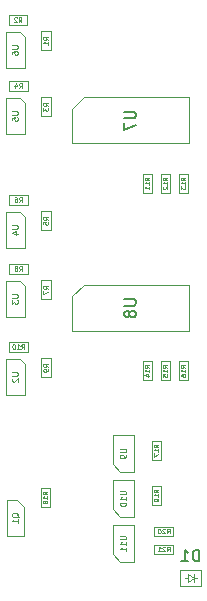
<source format=gbr>
%TF.GenerationSoftware,KiCad,Pcbnew,7.0.6*%
%TF.CreationDate,2024-02-23T14:21:37+01:00*%
%TF.ProjectId,blue_64,626c7565-5f36-4342-9e6b-696361645f70,rev?*%
%TF.SameCoordinates,Original*%
%TF.FileFunction,AssemblyDrawing,Bot*%
%FSLAX46Y46*%
G04 Gerber Fmt 4.6, Leading zero omitted, Abs format (unit mm)*
G04 Created by KiCad (PCBNEW 7.0.6) date 2024-02-23 14:21:37*
%MOMM*%
%LPD*%
G01*
G04 APERTURE LIST*
%ADD10C,0.060000*%
%ADD11C,0.075000*%
%ADD12C,0.150000*%
%ADD13C,0.100000*%
G04 APERTURE END LIST*
D10*
X90605927Y-81276857D02*
X90415451Y-81143524D01*
X90605927Y-81048286D02*
X90205927Y-81048286D01*
X90205927Y-81048286D02*
X90205927Y-81200667D01*
X90205927Y-81200667D02*
X90224975Y-81238762D01*
X90224975Y-81238762D02*
X90244022Y-81257809D01*
X90244022Y-81257809D02*
X90282118Y-81276857D01*
X90282118Y-81276857D02*
X90339260Y-81276857D01*
X90339260Y-81276857D02*
X90377356Y-81257809D01*
X90377356Y-81257809D02*
X90396403Y-81238762D01*
X90396403Y-81238762D02*
X90415451Y-81200667D01*
X90415451Y-81200667D02*
X90415451Y-81048286D01*
X90605927Y-81657809D02*
X90605927Y-81429238D01*
X90605927Y-81543524D02*
X90205927Y-81543524D01*
X90205927Y-81543524D02*
X90263070Y-81505428D01*
X90263070Y-81505428D02*
X90301165Y-81467333D01*
X90301165Y-81467333D02*
X90320213Y-81429238D01*
X90205927Y-82019714D02*
X90205927Y-81829238D01*
X90205927Y-81829238D02*
X90396403Y-81810190D01*
X90396403Y-81810190D02*
X90377356Y-81829238D01*
X90377356Y-81829238D02*
X90358308Y-81867333D01*
X90358308Y-81867333D02*
X90358308Y-81962571D01*
X90358308Y-81962571D02*
X90377356Y-82000666D01*
X90377356Y-82000666D02*
X90396403Y-82019714D01*
X90396403Y-82019714D02*
X90434499Y-82038761D01*
X90434499Y-82038761D02*
X90529737Y-82038761D01*
X90529737Y-82038761D02*
X90567832Y-82019714D01*
X90567832Y-82019714D02*
X90586880Y-82000666D01*
X90586880Y-82000666D02*
X90605927Y-81962571D01*
X90605927Y-81962571D02*
X90605927Y-81867333D01*
X90605927Y-81867333D02*
X90586880Y-81829238D01*
X90586880Y-81829238D02*
X90567832Y-81810190D01*
X78044666Y-57585927D02*
X78177999Y-57395451D01*
X78273237Y-57585927D02*
X78273237Y-57185927D01*
X78273237Y-57185927D02*
X78120856Y-57185927D01*
X78120856Y-57185927D02*
X78082761Y-57204975D01*
X78082761Y-57204975D02*
X78063714Y-57224022D01*
X78063714Y-57224022D02*
X78044666Y-57262118D01*
X78044666Y-57262118D02*
X78044666Y-57319260D01*
X78044666Y-57319260D02*
X78063714Y-57357356D01*
X78063714Y-57357356D02*
X78082761Y-57376403D01*
X78082761Y-57376403D02*
X78120856Y-57395451D01*
X78120856Y-57395451D02*
X78273237Y-57395451D01*
X77701809Y-57319260D02*
X77701809Y-57585927D01*
X77797047Y-57166880D02*
X77892285Y-57452594D01*
X77892285Y-57452594D02*
X77644666Y-57452594D01*
X92129927Y-65401857D02*
X91939451Y-65268524D01*
X92129927Y-65173286D02*
X91729927Y-65173286D01*
X91729927Y-65173286D02*
X91729927Y-65325667D01*
X91729927Y-65325667D02*
X91748975Y-65363762D01*
X91748975Y-65363762D02*
X91768022Y-65382809D01*
X91768022Y-65382809D02*
X91806118Y-65401857D01*
X91806118Y-65401857D02*
X91863260Y-65401857D01*
X91863260Y-65401857D02*
X91901356Y-65382809D01*
X91901356Y-65382809D02*
X91920403Y-65363762D01*
X91920403Y-65363762D02*
X91939451Y-65325667D01*
X91939451Y-65325667D02*
X91939451Y-65173286D01*
X92129927Y-65782809D02*
X92129927Y-65554238D01*
X92129927Y-65668524D02*
X91729927Y-65668524D01*
X91729927Y-65668524D02*
X91787070Y-65630428D01*
X91787070Y-65630428D02*
X91825165Y-65592333D01*
X91825165Y-65592333D02*
X91844213Y-65554238D01*
X91729927Y-65916142D02*
X91729927Y-66163761D01*
X91729927Y-66163761D02*
X91882308Y-66030428D01*
X91882308Y-66030428D02*
X91882308Y-66087571D01*
X91882308Y-66087571D02*
X91901356Y-66125666D01*
X91901356Y-66125666D02*
X91920403Y-66144714D01*
X91920403Y-66144714D02*
X91958499Y-66163761D01*
X91958499Y-66163761D02*
X92053737Y-66163761D01*
X92053737Y-66163761D02*
X92091832Y-66144714D01*
X92091832Y-66144714D02*
X92110880Y-66125666D01*
X92110880Y-66125666D02*
X92129927Y-66087571D01*
X92129927Y-66087571D02*
X92129927Y-65973285D01*
X92129927Y-65973285D02*
X92110880Y-65935190D01*
X92110880Y-65935190D02*
X92091832Y-65916142D01*
D11*
X77451409Y-69215047D02*
X77856171Y-69215047D01*
X77856171Y-69215047D02*
X77903790Y-69238857D01*
X77903790Y-69238857D02*
X77927600Y-69262666D01*
X77927600Y-69262666D02*
X77951409Y-69310285D01*
X77951409Y-69310285D02*
X77951409Y-69405523D01*
X77951409Y-69405523D02*
X77927600Y-69453142D01*
X77927600Y-69453142D02*
X77903790Y-69476952D01*
X77903790Y-69476952D02*
X77856171Y-69500761D01*
X77856171Y-69500761D02*
X77451409Y-69500761D01*
X77618076Y-69953143D02*
X77951409Y-69953143D01*
X77427600Y-69834095D02*
X77784742Y-69715048D01*
X77784742Y-69715048D02*
X77784742Y-70024571D01*
D10*
X89081927Y-81276857D02*
X88891451Y-81143524D01*
X89081927Y-81048286D02*
X88681927Y-81048286D01*
X88681927Y-81048286D02*
X88681927Y-81200667D01*
X88681927Y-81200667D02*
X88700975Y-81238762D01*
X88700975Y-81238762D02*
X88720022Y-81257809D01*
X88720022Y-81257809D02*
X88758118Y-81276857D01*
X88758118Y-81276857D02*
X88815260Y-81276857D01*
X88815260Y-81276857D02*
X88853356Y-81257809D01*
X88853356Y-81257809D02*
X88872403Y-81238762D01*
X88872403Y-81238762D02*
X88891451Y-81200667D01*
X88891451Y-81200667D02*
X88891451Y-81048286D01*
X89081927Y-81657809D02*
X89081927Y-81429238D01*
X89081927Y-81543524D02*
X88681927Y-81543524D01*
X88681927Y-81543524D02*
X88739070Y-81505428D01*
X88739070Y-81505428D02*
X88777165Y-81467333D01*
X88777165Y-81467333D02*
X88796213Y-81429238D01*
X88815260Y-82000666D02*
X89081927Y-82000666D01*
X88662880Y-81905428D02*
X88948594Y-81810190D01*
X88948594Y-81810190D02*
X88948594Y-82057809D01*
X90605927Y-65401857D02*
X90415451Y-65268524D01*
X90605927Y-65173286D02*
X90205927Y-65173286D01*
X90205927Y-65173286D02*
X90205927Y-65325667D01*
X90205927Y-65325667D02*
X90224975Y-65363762D01*
X90224975Y-65363762D02*
X90244022Y-65382809D01*
X90244022Y-65382809D02*
X90282118Y-65401857D01*
X90282118Y-65401857D02*
X90339260Y-65401857D01*
X90339260Y-65401857D02*
X90377356Y-65382809D01*
X90377356Y-65382809D02*
X90396403Y-65363762D01*
X90396403Y-65363762D02*
X90415451Y-65325667D01*
X90415451Y-65325667D02*
X90415451Y-65173286D01*
X90605927Y-65782809D02*
X90605927Y-65554238D01*
X90605927Y-65668524D02*
X90205927Y-65668524D01*
X90205927Y-65668524D02*
X90263070Y-65630428D01*
X90263070Y-65630428D02*
X90301165Y-65592333D01*
X90301165Y-65592333D02*
X90320213Y-65554238D01*
X90244022Y-65935190D02*
X90224975Y-65954238D01*
X90224975Y-65954238D02*
X90205927Y-65992333D01*
X90205927Y-65992333D02*
X90205927Y-66087571D01*
X90205927Y-66087571D02*
X90224975Y-66125666D01*
X90224975Y-66125666D02*
X90244022Y-66144714D01*
X90244022Y-66144714D02*
X90282118Y-66163761D01*
X90282118Y-66163761D02*
X90320213Y-66163761D01*
X90320213Y-66163761D02*
X90377356Y-66144714D01*
X90377356Y-66144714D02*
X90605927Y-65916142D01*
X90605927Y-65916142D02*
X90605927Y-66163761D01*
X80496727Y-81213333D02*
X80306251Y-81080000D01*
X80496727Y-80984762D02*
X80096727Y-80984762D01*
X80096727Y-80984762D02*
X80096727Y-81137143D01*
X80096727Y-81137143D02*
X80115775Y-81175238D01*
X80115775Y-81175238D02*
X80134822Y-81194285D01*
X80134822Y-81194285D02*
X80172918Y-81213333D01*
X80172918Y-81213333D02*
X80230060Y-81213333D01*
X80230060Y-81213333D02*
X80268156Y-81194285D01*
X80268156Y-81194285D02*
X80287203Y-81175238D01*
X80287203Y-81175238D02*
X80306251Y-81137143D01*
X80306251Y-81137143D02*
X80306251Y-80984762D01*
X80496727Y-81403809D02*
X80496727Y-81480000D01*
X80496727Y-81480000D02*
X80477680Y-81518095D01*
X80477680Y-81518095D02*
X80458632Y-81537143D01*
X80458632Y-81537143D02*
X80401489Y-81575238D01*
X80401489Y-81575238D02*
X80325299Y-81594285D01*
X80325299Y-81594285D02*
X80172918Y-81594285D01*
X80172918Y-81594285D02*
X80134822Y-81575238D01*
X80134822Y-81575238D02*
X80115775Y-81556190D01*
X80115775Y-81556190D02*
X80096727Y-81518095D01*
X80096727Y-81518095D02*
X80096727Y-81441904D01*
X80096727Y-81441904D02*
X80115775Y-81403809D01*
X80115775Y-81403809D02*
X80134822Y-81384762D01*
X80134822Y-81384762D02*
X80172918Y-81365714D01*
X80172918Y-81365714D02*
X80268156Y-81365714D01*
X80268156Y-81365714D02*
X80306251Y-81384762D01*
X80306251Y-81384762D02*
X80325299Y-81403809D01*
X80325299Y-81403809D02*
X80344346Y-81441904D01*
X80344346Y-81441904D02*
X80344346Y-81518095D01*
X80344346Y-81518095D02*
X80325299Y-81556190D01*
X80325299Y-81556190D02*
X80306251Y-81575238D01*
X80306251Y-81575238D02*
X80268156Y-81594285D01*
D11*
X77451409Y-75057047D02*
X77856171Y-75057047D01*
X77856171Y-75057047D02*
X77903790Y-75080857D01*
X77903790Y-75080857D02*
X77927600Y-75104666D01*
X77927600Y-75104666D02*
X77951409Y-75152285D01*
X77951409Y-75152285D02*
X77951409Y-75247523D01*
X77951409Y-75247523D02*
X77927600Y-75295142D01*
X77927600Y-75295142D02*
X77903790Y-75318952D01*
X77903790Y-75318952D02*
X77856171Y-75342761D01*
X77856171Y-75342761D02*
X77451409Y-75342761D01*
X77451409Y-75533238D02*
X77451409Y-75842762D01*
X77451409Y-75842762D02*
X77641885Y-75676095D01*
X77641885Y-75676095D02*
X77641885Y-75747524D01*
X77641885Y-75747524D02*
X77665695Y-75795143D01*
X77665695Y-75795143D02*
X77689504Y-75818952D01*
X77689504Y-75818952D02*
X77737123Y-75842762D01*
X77737123Y-75842762D02*
X77856171Y-75842762D01*
X77856171Y-75842762D02*
X77903790Y-75818952D01*
X77903790Y-75818952D02*
X77927600Y-75795143D01*
X77927600Y-75795143D02*
X77951409Y-75747524D01*
X77951409Y-75747524D02*
X77951409Y-75604667D01*
X77951409Y-75604667D02*
X77927600Y-75557048D01*
X77927600Y-75557048D02*
X77903790Y-75533238D01*
D12*
X93321094Y-97664819D02*
X93321094Y-96664819D01*
X93321094Y-96664819D02*
X93082999Y-96664819D01*
X93082999Y-96664819D02*
X92940142Y-96712438D01*
X92940142Y-96712438D02*
X92844904Y-96807676D01*
X92844904Y-96807676D02*
X92797285Y-96902914D01*
X92797285Y-96902914D02*
X92749666Y-97093390D01*
X92749666Y-97093390D02*
X92749666Y-97236247D01*
X92749666Y-97236247D02*
X92797285Y-97426723D01*
X92797285Y-97426723D02*
X92844904Y-97521961D01*
X92844904Y-97521961D02*
X92940142Y-97617200D01*
X92940142Y-97617200D02*
X93082999Y-97664819D01*
X93082999Y-97664819D02*
X93321094Y-97664819D01*
X91797285Y-97664819D02*
X92368713Y-97664819D01*
X92082999Y-97664819D02*
X92082999Y-96664819D01*
X92082999Y-96664819D02*
X92178237Y-96807676D01*
X92178237Y-96807676D02*
X92273475Y-96902914D01*
X92273475Y-96902914D02*
X92368713Y-96950533D01*
D10*
X80445927Y-91995657D02*
X80255451Y-91862324D01*
X80445927Y-91767086D02*
X80045927Y-91767086D01*
X80045927Y-91767086D02*
X80045927Y-91919467D01*
X80045927Y-91919467D02*
X80064975Y-91957562D01*
X80064975Y-91957562D02*
X80084022Y-91976609D01*
X80084022Y-91976609D02*
X80122118Y-91995657D01*
X80122118Y-91995657D02*
X80179260Y-91995657D01*
X80179260Y-91995657D02*
X80217356Y-91976609D01*
X80217356Y-91976609D02*
X80236403Y-91957562D01*
X80236403Y-91957562D02*
X80255451Y-91919467D01*
X80255451Y-91919467D02*
X80255451Y-91767086D01*
X80445927Y-92376609D02*
X80445927Y-92148038D01*
X80445927Y-92262324D02*
X80045927Y-92262324D01*
X80045927Y-92262324D02*
X80103070Y-92224228D01*
X80103070Y-92224228D02*
X80141165Y-92186133D01*
X80141165Y-92186133D02*
X80160213Y-92148038D01*
X80217356Y-92605180D02*
X80198308Y-92567085D01*
X80198308Y-92567085D02*
X80179260Y-92548038D01*
X80179260Y-92548038D02*
X80141165Y-92528990D01*
X80141165Y-92528990D02*
X80122118Y-92528990D01*
X80122118Y-92528990D02*
X80084022Y-92548038D01*
X80084022Y-92548038D02*
X80064975Y-92567085D01*
X80064975Y-92567085D02*
X80045927Y-92605180D01*
X80045927Y-92605180D02*
X80045927Y-92681371D01*
X80045927Y-92681371D02*
X80064975Y-92719466D01*
X80064975Y-92719466D02*
X80084022Y-92738514D01*
X80084022Y-92738514D02*
X80122118Y-92757561D01*
X80122118Y-92757561D02*
X80141165Y-92757561D01*
X80141165Y-92757561D02*
X80179260Y-92738514D01*
X80179260Y-92738514D02*
X80198308Y-92719466D01*
X80198308Y-92719466D02*
X80217356Y-92681371D01*
X80217356Y-92681371D02*
X80217356Y-92605180D01*
X80217356Y-92605180D02*
X80236403Y-92567085D01*
X80236403Y-92567085D02*
X80255451Y-92548038D01*
X80255451Y-92548038D02*
X80293546Y-92528990D01*
X80293546Y-92528990D02*
X80369737Y-92528990D01*
X80369737Y-92528990D02*
X80407832Y-92548038D01*
X80407832Y-92548038D02*
X80426880Y-92567085D01*
X80426880Y-92567085D02*
X80445927Y-92605180D01*
X80445927Y-92605180D02*
X80445927Y-92681371D01*
X80445927Y-92681371D02*
X80426880Y-92719466D01*
X80426880Y-92719466D02*
X80407832Y-92738514D01*
X80407832Y-92738514D02*
X80369737Y-92757561D01*
X80369737Y-92757561D02*
X80293546Y-92757561D01*
X80293546Y-92757561D02*
X80255451Y-92738514D01*
X80255451Y-92738514D02*
X80236403Y-92719466D01*
X80236403Y-92719466D02*
X80217356Y-92681371D01*
X80496727Y-53527333D02*
X80306251Y-53394000D01*
X80496727Y-53298762D02*
X80096727Y-53298762D01*
X80096727Y-53298762D02*
X80096727Y-53451143D01*
X80096727Y-53451143D02*
X80115775Y-53489238D01*
X80115775Y-53489238D02*
X80134822Y-53508285D01*
X80134822Y-53508285D02*
X80172918Y-53527333D01*
X80172918Y-53527333D02*
X80230060Y-53527333D01*
X80230060Y-53527333D02*
X80268156Y-53508285D01*
X80268156Y-53508285D02*
X80287203Y-53489238D01*
X80287203Y-53489238D02*
X80306251Y-53451143D01*
X80306251Y-53451143D02*
X80306251Y-53298762D01*
X80496727Y-53908285D02*
X80496727Y-53679714D01*
X80496727Y-53794000D02*
X80096727Y-53794000D01*
X80096727Y-53794000D02*
X80153870Y-53755904D01*
X80153870Y-53755904D02*
X80191965Y-53717809D01*
X80191965Y-53717809D02*
X80211013Y-53679714D01*
X78044666Y-73079927D02*
X78177999Y-72889451D01*
X78273237Y-73079927D02*
X78273237Y-72679927D01*
X78273237Y-72679927D02*
X78120856Y-72679927D01*
X78120856Y-72679927D02*
X78082761Y-72698975D01*
X78082761Y-72698975D02*
X78063714Y-72718022D01*
X78063714Y-72718022D02*
X78044666Y-72756118D01*
X78044666Y-72756118D02*
X78044666Y-72813260D01*
X78044666Y-72813260D02*
X78063714Y-72851356D01*
X78063714Y-72851356D02*
X78082761Y-72870403D01*
X78082761Y-72870403D02*
X78120856Y-72889451D01*
X78120856Y-72889451D02*
X78273237Y-72889451D01*
X77816095Y-72851356D02*
X77854190Y-72832308D01*
X77854190Y-72832308D02*
X77873237Y-72813260D01*
X77873237Y-72813260D02*
X77892285Y-72775165D01*
X77892285Y-72775165D02*
X77892285Y-72756118D01*
X77892285Y-72756118D02*
X77873237Y-72718022D01*
X77873237Y-72718022D02*
X77854190Y-72698975D01*
X77854190Y-72698975D02*
X77816095Y-72679927D01*
X77816095Y-72679927D02*
X77739904Y-72679927D01*
X77739904Y-72679927D02*
X77701809Y-72698975D01*
X77701809Y-72698975D02*
X77682761Y-72718022D01*
X77682761Y-72718022D02*
X77663714Y-72756118D01*
X77663714Y-72756118D02*
X77663714Y-72775165D01*
X77663714Y-72775165D02*
X77682761Y-72813260D01*
X77682761Y-72813260D02*
X77701809Y-72832308D01*
X77701809Y-72832308D02*
X77739904Y-72851356D01*
X77739904Y-72851356D02*
X77816095Y-72851356D01*
X77816095Y-72851356D02*
X77854190Y-72870403D01*
X77854190Y-72870403D02*
X77873237Y-72889451D01*
X77873237Y-72889451D02*
X77892285Y-72927546D01*
X77892285Y-72927546D02*
X77892285Y-73003737D01*
X77892285Y-73003737D02*
X77873237Y-73041832D01*
X77873237Y-73041832D02*
X77854190Y-73060880D01*
X77854190Y-73060880D02*
X77816095Y-73079927D01*
X77816095Y-73079927D02*
X77739904Y-73079927D01*
X77739904Y-73079927D02*
X77701809Y-73060880D01*
X77701809Y-73060880D02*
X77682761Y-73041832D01*
X77682761Y-73041832D02*
X77663714Y-73003737D01*
X77663714Y-73003737D02*
X77663714Y-72927546D01*
X77663714Y-72927546D02*
X77682761Y-72889451D01*
X77682761Y-72889451D02*
X77701809Y-72870403D01*
X77701809Y-72870403D02*
X77739904Y-72851356D01*
X92129927Y-81276857D02*
X91939451Y-81143524D01*
X92129927Y-81048286D02*
X91729927Y-81048286D01*
X91729927Y-81048286D02*
X91729927Y-81200667D01*
X91729927Y-81200667D02*
X91748975Y-81238762D01*
X91748975Y-81238762D02*
X91768022Y-81257809D01*
X91768022Y-81257809D02*
X91806118Y-81276857D01*
X91806118Y-81276857D02*
X91863260Y-81276857D01*
X91863260Y-81276857D02*
X91901356Y-81257809D01*
X91901356Y-81257809D02*
X91920403Y-81238762D01*
X91920403Y-81238762D02*
X91939451Y-81200667D01*
X91939451Y-81200667D02*
X91939451Y-81048286D01*
X92129927Y-81657809D02*
X92129927Y-81429238D01*
X92129927Y-81543524D02*
X91729927Y-81543524D01*
X91729927Y-81543524D02*
X91787070Y-81505428D01*
X91787070Y-81505428D02*
X91825165Y-81467333D01*
X91825165Y-81467333D02*
X91844213Y-81429238D01*
X91729927Y-82000666D02*
X91729927Y-81924476D01*
X91729927Y-81924476D02*
X91748975Y-81886380D01*
X91748975Y-81886380D02*
X91768022Y-81867333D01*
X91768022Y-81867333D02*
X91825165Y-81829238D01*
X91825165Y-81829238D02*
X91901356Y-81810190D01*
X91901356Y-81810190D02*
X92053737Y-81810190D01*
X92053737Y-81810190D02*
X92091832Y-81829238D01*
X92091832Y-81829238D02*
X92110880Y-81848285D01*
X92110880Y-81848285D02*
X92129927Y-81886380D01*
X92129927Y-81886380D02*
X92129927Y-81962571D01*
X92129927Y-81962571D02*
X92110880Y-82000666D01*
X92110880Y-82000666D02*
X92091832Y-82019714D01*
X92091832Y-82019714D02*
X92053737Y-82038761D01*
X92053737Y-82038761D02*
X91958499Y-82038761D01*
X91958499Y-82038761D02*
X91920403Y-82019714D01*
X91920403Y-82019714D02*
X91901356Y-82000666D01*
X91901356Y-82000666D02*
X91882308Y-81962571D01*
X91882308Y-81962571D02*
X91882308Y-81886380D01*
X91882308Y-81886380D02*
X91901356Y-81848285D01*
X91901356Y-81848285D02*
X91920403Y-81829238D01*
X91920403Y-81829238D02*
X91958499Y-81810190D01*
X89081927Y-65401857D02*
X88891451Y-65268524D01*
X89081927Y-65173286D02*
X88681927Y-65173286D01*
X88681927Y-65173286D02*
X88681927Y-65325667D01*
X88681927Y-65325667D02*
X88700975Y-65363762D01*
X88700975Y-65363762D02*
X88720022Y-65382809D01*
X88720022Y-65382809D02*
X88758118Y-65401857D01*
X88758118Y-65401857D02*
X88815260Y-65401857D01*
X88815260Y-65401857D02*
X88853356Y-65382809D01*
X88853356Y-65382809D02*
X88872403Y-65363762D01*
X88872403Y-65363762D02*
X88891451Y-65325667D01*
X88891451Y-65325667D02*
X88891451Y-65173286D01*
X89081927Y-65782809D02*
X89081927Y-65554238D01*
X89081927Y-65668524D02*
X88681927Y-65668524D01*
X88681927Y-65668524D02*
X88739070Y-65630428D01*
X88739070Y-65630428D02*
X88777165Y-65592333D01*
X88777165Y-65592333D02*
X88796213Y-65554238D01*
X89081927Y-66163761D02*
X89081927Y-65935190D01*
X89081927Y-66049476D02*
X88681927Y-66049476D01*
X88681927Y-66049476D02*
X88739070Y-66011380D01*
X88739070Y-66011380D02*
X88777165Y-65973285D01*
X88777165Y-65973285D02*
X88796213Y-65935190D01*
D11*
X86595409Y-88138047D02*
X87000171Y-88138047D01*
X87000171Y-88138047D02*
X87047790Y-88161857D01*
X87047790Y-88161857D02*
X87071600Y-88185666D01*
X87071600Y-88185666D02*
X87095409Y-88233285D01*
X87095409Y-88233285D02*
X87095409Y-88328523D01*
X87095409Y-88328523D02*
X87071600Y-88376142D01*
X87071600Y-88376142D02*
X87047790Y-88399952D01*
X87047790Y-88399952D02*
X87000171Y-88423761D01*
X87000171Y-88423761D02*
X86595409Y-88423761D01*
X87095409Y-88685667D02*
X87095409Y-88780905D01*
X87095409Y-88780905D02*
X87071600Y-88828524D01*
X87071600Y-88828524D02*
X87047790Y-88852333D01*
X87047790Y-88852333D02*
X86976361Y-88899952D01*
X86976361Y-88899952D02*
X86881123Y-88923762D01*
X86881123Y-88923762D02*
X86690647Y-88923762D01*
X86690647Y-88923762D02*
X86643028Y-88899952D01*
X86643028Y-88899952D02*
X86619219Y-88876143D01*
X86619219Y-88876143D02*
X86595409Y-88828524D01*
X86595409Y-88828524D02*
X86595409Y-88733286D01*
X86595409Y-88733286D02*
X86619219Y-88685667D01*
X86619219Y-88685667D02*
X86643028Y-88661857D01*
X86643028Y-88661857D02*
X86690647Y-88638048D01*
X86690647Y-88638048D02*
X86809695Y-88638048D01*
X86809695Y-88638048D02*
X86857314Y-88661857D01*
X86857314Y-88661857D02*
X86881123Y-88685667D01*
X86881123Y-88685667D02*
X86904933Y-88733286D01*
X86904933Y-88733286D02*
X86904933Y-88828524D01*
X86904933Y-88828524D02*
X86881123Y-88876143D01*
X86881123Y-88876143D02*
X86857314Y-88899952D01*
X86857314Y-88899952D02*
X86809695Y-88923762D01*
D12*
X86968566Y-75453333D02*
X87761900Y-75453333D01*
X87761900Y-75453333D02*
X87855233Y-75500000D01*
X87855233Y-75500000D02*
X87901900Y-75546666D01*
X87901900Y-75546666D02*
X87948566Y-75640000D01*
X87948566Y-75640000D02*
X87948566Y-75826666D01*
X87948566Y-75826666D02*
X87901900Y-75920000D01*
X87901900Y-75920000D02*
X87855233Y-75966666D01*
X87855233Y-75966666D02*
X87761900Y-76013333D01*
X87761900Y-76013333D02*
X86968566Y-76013333D01*
X87388566Y-76620000D02*
X87341900Y-76526667D01*
X87341900Y-76526667D02*
X87295233Y-76480000D01*
X87295233Y-76480000D02*
X87201900Y-76433333D01*
X87201900Y-76433333D02*
X87155233Y-76433333D01*
X87155233Y-76433333D02*
X87061900Y-76480000D01*
X87061900Y-76480000D02*
X87015233Y-76526667D01*
X87015233Y-76526667D02*
X86968566Y-76620000D01*
X86968566Y-76620000D02*
X86968566Y-76806667D01*
X86968566Y-76806667D02*
X87015233Y-76900000D01*
X87015233Y-76900000D02*
X87061900Y-76946667D01*
X87061900Y-76946667D02*
X87155233Y-76993333D01*
X87155233Y-76993333D02*
X87201900Y-76993333D01*
X87201900Y-76993333D02*
X87295233Y-76946667D01*
X87295233Y-76946667D02*
X87341900Y-76900000D01*
X87341900Y-76900000D02*
X87388566Y-76806667D01*
X87388566Y-76806667D02*
X87388566Y-76620000D01*
X87388566Y-76620000D02*
X87435233Y-76526667D01*
X87435233Y-76526667D02*
X87481900Y-76480000D01*
X87481900Y-76480000D02*
X87575233Y-76433333D01*
X87575233Y-76433333D02*
X87761900Y-76433333D01*
X87761900Y-76433333D02*
X87855233Y-76480000D01*
X87855233Y-76480000D02*
X87901900Y-76526667D01*
X87901900Y-76526667D02*
X87948566Y-76620000D01*
X87948566Y-76620000D02*
X87948566Y-76806667D01*
X87948566Y-76806667D02*
X87901900Y-76900000D01*
X87901900Y-76900000D02*
X87855233Y-76946667D01*
X87855233Y-76946667D02*
X87761900Y-76993333D01*
X87761900Y-76993333D02*
X87575233Y-76993333D01*
X87575233Y-76993333D02*
X87481900Y-76946667D01*
X87481900Y-76946667D02*
X87435233Y-76900000D01*
X87435233Y-76900000D02*
X87388566Y-76806667D01*
D10*
X80496727Y-74609333D02*
X80306251Y-74476000D01*
X80496727Y-74380762D02*
X80096727Y-74380762D01*
X80096727Y-74380762D02*
X80096727Y-74533143D01*
X80096727Y-74533143D02*
X80115775Y-74571238D01*
X80115775Y-74571238D02*
X80134822Y-74590285D01*
X80134822Y-74590285D02*
X80172918Y-74609333D01*
X80172918Y-74609333D02*
X80230060Y-74609333D01*
X80230060Y-74609333D02*
X80268156Y-74590285D01*
X80268156Y-74590285D02*
X80287203Y-74571238D01*
X80287203Y-74571238D02*
X80306251Y-74533143D01*
X80306251Y-74533143D02*
X80306251Y-74380762D01*
X80096727Y-74742666D02*
X80096727Y-75009333D01*
X80096727Y-75009333D02*
X80496727Y-74837904D01*
X80496727Y-68767333D02*
X80306251Y-68634000D01*
X80496727Y-68538762D02*
X80096727Y-68538762D01*
X80096727Y-68538762D02*
X80096727Y-68691143D01*
X80096727Y-68691143D02*
X80115775Y-68729238D01*
X80115775Y-68729238D02*
X80134822Y-68748285D01*
X80134822Y-68748285D02*
X80172918Y-68767333D01*
X80172918Y-68767333D02*
X80230060Y-68767333D01*
X80230060Y-68767333D02*
X80268156Y-68748285D01*
X80268156Y-68748285D02*
X80287203Y-68729238D01*
X80287203Y-68729238D02*
X80306251Y-68691143D01*
X80306251Y-68691143D02*
X80306251Y-68538762D01*
X80096727Y-69129238D02*
X80096727Y-68938762D01*
X80096727Y-68938762D02*
X80287203Y-68919714D01*
X80287203Y-68919714D02*
X80268156Y-68938762D01*
X80268156Y-68938762D02*
X80249108Y-68976857D01*
X80249108Y-68976857D02*
X80249108Y-69072095D01*
X80249108Y-69072095D02*
X80268156Y-69110190D01*
X80268156Y-69110190D02*
X80287203Y-69129238D01*
X80287203Y-69129238D02*
X80325299Y-69148285D01*
X80325299Y-69148285D02*
X80420537Y-69148285D01*
X80420537Y-69148285D02*
X80458632Y-69129238D01*
X80458632Y-69129238D02*
X80477680Y-69110190D01*
X80477680Y-69110190D02*
X80496727Y-69072095D01*
X80496727Y-69072095D02*
X80496727Y-68976857D01*
X80496727Y-68976857D02*
X80477680Y-68938762D01*
X80477680Y-68938762D02*
X80458632Y-68919714D01*
D12*
X86968566Y-59578333D02*
X87761900Y-59578333D01*
X87761900Y-59578333D02*
X87855233Y-59625000D01*
X87855233Y-59625000D02*
X87901900Y-59671666D01*
X87901900Y-59671666D02*
X87948566Y-59765000D01*
X87948566Y-59765000D02*
X87948566Y-59951666D01*
X87948566Y-59951666D02*
X87901900Y-60045000D01*
X87901900Y-60045000D02*
X87855233Y-60091666D01*
X87855233Y-60091666D02*
X87761900Y-60138333D01*
X87761900Y-60138333D02*
X86968566Y-60138333D01*
X86968566Y-60511667D02*
X86968566Y-61165000D01*
X86968566Y-61165000D02*
X87948566Y-60745000D01*
D10*
X80496727Y-59115333D02*
X80306251Y-58982000D01*
X80496727Y-58886762D02*
X80096727Y-58886762D01*
X80096727Y-58886762D02*
X80096727Y-59039143D01*
X80096727Y-59039143D02*
X80115775Y-59077238D01*
X80115775Y-59077238D02*
X80134822Y-59096285D01*
X80134822Y-59096285D02*
X80172918Y-59115333D01*
X80172918Y-59115333D02*
X80230060Y-59115333D01*
X80230060Y-59115333D02*
X80268156Y-59096285D01*
X80268156Y-59096285D02*
X80287203Y-59077238D01*
X80287203Y-59077238D02*
X80306251Y-59039143D01*
X80306251Y-59039143D02*
X80306251Y-58886762D01*
X80096727Y-59248666D02*
X80096727Y-59496285D01*
X80096727Y-59496285D02*
X80249108Y-59362952D01*
X80249108Y-59362952D02*
X80249108Y-59420095D01*
X80249108Y-59420095D02*
X80268156Y-59458190D01*
X80268156Y-59458190D02*
X80287203Y-59477238D01*
X80287203Y-59477238D02*
X80325299Y-59496285D01*
X80325299Y-59496285D02*
X80420537Y-59496285D01*
X80420537Y-59496285D02*
X80458632Y-59477238D01*
X80458632Y-59477238D02*
X80477680Y-59458190D01*
X80477680Y-59458190D02*
X80496727Y-59420095D01*
X80496727Y-59420095D02*
X80496727Y-59305809D01*
X80496727Y-59305809D02*
X80477680Y-59267714D01*
X80477680Y-59267714D02*
X80458632Y-59248666D01*
D11*
X77451409Y-59563047D02*
X77856171Y-59563047D01*
X77856171Y-59563047D02*
X77903790Y-59586857D01*
X77903790Y-59586857D02*
X77927600Y-59610666D01*
X77927600Y-59610666D02*
X77951409Y-59658285D01*
X77951409Y-59658285D02*
X77951409Y-59753523D01*
X77951409Y-59753523D02*
X77927600Y-59801142D01*
X77927600Y-59801142D02*
X77903790Y-59824952D01*
X77903790Y-59824952D02*
X77856171Y-59848761D01*
X77856171Y-59848761D02*
X77451409Y-59848761D01*
X77451409Y-60324952D02*
X77451409Y-60086857D01*
X77451409Y-60086857D02*
X77689504Y-60063048D01*
X77689504Y-60063048D02*
X77665695Y-60086857D01*
X77665695Y-60086857D02*
X77641885Y-60134476D01*
X77641885Y-60134476D02*
X77641885Y-60253524D01*
X77641885Y-60253524D02*
X77665695Y-60301143D01*
X77665695Y-60301143D02*
X77689504Y-60324952D01*
X77689504Y-60324952D02*
X77737123Y-60348762D01*
X77737123Y-60348762D02*
X77856171Y-60348762D01*
X77856171Y-60348762D02*
X77903790Y-60324952D01*
X77903790Y-60324952D02*
X77927600Y-60301143D01*
X77927600Y-60301143D02*
X77951409Y-60253524D01*
X77951409Y-60253524D02*
X77951409Y-60134476D01*
X77951409Y-60134476D02*
X77927600Y-60086857D01*
X77927600Y-60086857D02*
X77903790Y-60063048D01*
D10*
X78235142Y-79683927D02*
X78368475Y-79493451D01*
X78463713Y-79683927D02*
X78463713Y-79283927D01*
X78463713Y-79283927D02*
X78311332Y-79283927D01*
X78311332Y-79283927D02*
X78273237Y-79302975D01*
X78273237Y-79302975D02*
X78254190Y-79322022D01*
X78254190Y-79322022D02*
X78235142Y-79360118D01*
X78235142Y-79360118D02*
X78235142Y-79417260D01*
X78235142Y-79417260D02*
X78254190Y-79455356D01*
X78254190Y-79455356D02*
X78273237Y-79474403D01*
X78273237Y-79474403D02*
X78311332Y-79493451D01*
X78311332Y-79493451D02*
X78463713Y-79493451D01*
X77854190Y-79683927D02*
X78082761Y-79683927D01*
X77968475Y-79683927D02*
X77968475Y-79283927D01*
X77968475Y-79283927D02*
X78006571Y-79341070D01*
X78006571Y-79341070D02*
X78044666Y-79379165D01*
X78044666Y-79379165D02*
X78082761Y-79398213D01*
X77606571Y-79283927D02*
X77568476Y-79283927D01*
X77568476Y-79283927D02*
X77530380Y-79302975D01*
X77530380Y-79302975D02*
X77511333Y-79322022D01*
X77511333Y-79322022D02*
X77492285Y-79360118D01*
X77492285Y-79360118D02*
X77473238Y-79436308D01*
X77473238Y-79436308D02*
X77473238Y-79531546D01*
X77473238Y-79531546D02*
X77492285Y-79607737D01*
X77492285Y-79607737D02*
X77511333Y-79645832D01*
X77511333Y-79645832D02*
X77530380Y-79664880D01*
X77530380Y-79664880D02*
X77568476Y-79683927D01*
X77568476Y-79683927D02*
X77606571Y-79683927D01*
X77606571Y-79683927D02*
X77644666Y-79664880D01*
X77644666Y-79664880D02*
X77663714Y-79645832D01*
X77663714Y-79645832D02*
X77682761Y-79607737D01*
X77682761Y-79607737D02*
X77701809Y-79531546D01*
X77701809Y-79531546D02*
X77701809Y-79436308D01*
X77701809Y-79436308D02*
X77682761Y-79360118D01*
X77682761Y-79360118D02*
X77663714Y-79322022D01*
X77663714Y-79322022D02*
X77644666Y-79302975D01*
X77644666Y-79302975D02*
X77606571Y-79283927D01*
D11*
X86595409Y-91709952D02*
X87000171Y-91709952D01*
X87000171Y-91709952D02*
X87047790Y-91733762D01*
X87047790Y-91733762D02*
X87071600Y-91757571D01*
X87071600Y-91757571D02*
X87095409Y-91805190D01*
X87095409Y-91805190D02*
X87095409Y-91900428D01*
X87095409Y-91900428D02*
X87071600Y-91948047D01*
X87071600Y-91948047D02*
X87047790Y-91971857D01*
X87047790Y-91971857D02*
X87000171Y-91995666D01*
X87000171Y-91995666D02*
X86595409Y-91995666D01*
X87095409Y-92495667D02*
X87095409Y-92209953D01*
X87095409Y-92352810D02*
X86595409Y-92352810D01*
X86595409Y-92352810D02*
X86666838Y-92305191D01*
X86666838Y-92305191D02*
X86714457Y-92257572D01*
X86714457Y-92257572D02*
X86738266Y-92209953D01*
X86595409Y-92805190D02*
X86595409Y-92852809D01*
X86595409Y-92852809D02*
X86619219Y-92900428D01*
X86619219Y-92900428D02*
X86643028Y-92924238D01*
X86643028Y-92924238D02*
X86690647Y-92948047D01*
X86690647Y-92948047D02*
X86785885Y-92971857D01*
X86785885Y-92971857D02*
X86904933Y-92971857D01*
X86904933Y-92971857D02*
X87000171Y-92948047D01*
X87000171Y-92948047D02*
X87047790Y-92924238D01*
X87047790Y-92924238D02*
X87071600Y-92900428D01*
X87071600Y-92900428D02*
X87095409Y-92852809D01*
X87095409Y-92852809D02*
X87095409Y-92805190D01*
X87095409Y-92805190D02*
X87071600Y-92757571D01*
X87071600Y-92757571D02*
X87047790Y-92733762D01*
X87047790Y-92733762D02*
X87000171Y-92709952D01*
X87000171Y-92709952D02*
X86904933Y-92686143D01*
X86904933Y-92686143D02*
X86785885Y-92686143D01*
X86785885Y-92686143D02*
X86690647Y-92709952D01*
X86690647Y-92709952D02*
X86643028Y-92733762D01*
X86643028Y-92733762D02*
X86619219Y-92757571D01*
X86619219Y-92757571D02*
X86595409Y-92805190D01*
D10*
X90554142Y-96828927D02*
X90687475Y-96638451D01*
X90782713Y-96828927D02*
X90782713Y-96428927D01*
X90782713Y-96428927D02*
X90630332Y-96428927D01*
X90630332Y-96428927D02*
X90592237Y-96447975D01*
X90592237Y-96447975D02*
X90573190Y-96467022D01*
X90573190Y-96467022D02*
X90554142Y-96505118D01*
X90554142Y-96505118D02*
X90554142Y-96562260D01*
X90554142Y-96562260D02*
X90573190Y-96600356D01*
X90573190Y-96600356D02*
X90592237Y-96619403D01*
X90592237Y-96619403D02*
X90630332Y-96638451D01*
X90630332Y-96638451D02*
X90782713Y-96638451D01*
X90401761Y-96467022D02*
X90382713Y-96447975D01*
X90382713Y-96447975D02*
X90344618Y-96428927D01*
X90344618Y-96428927D02*
X90249380Y-96428927D01*
X90249380Y-96428927D02*
X90211285Y-96447975D01*
X90211285Y-96447975D02*
X90192237Y-96467022D01*
X90192237Y-96467022D02*
X90173190Y-96505118D01*
X90173190Y-96505118D02*
X90173190Y-96543213D01*
X90173190Y-96543213D02*
X90192237Y-96600356D01*
X90192237Y-96600356D02*
X90420809Y-96828927D01*
X90420809Y-96828927D02*
X90173190Y-96828927D01*
X89792238Y-96828927D02*
X90020809Y-96828927D01*
X89906523Y-96828927D02*
X89906523Y-96428927D01*
X89906523Y-96428927D02*
X89944619Y-96486070D01*
X89944619Y-96486070D02*
X89982714Y-96524165D01*
X89982714Y-96524165D02*
X90020809Y-96543213D01*
X78044666Y-67237927D02*
X78177999Y-67047451D01*
X78273237Y-67237927D02*
X78273237Y-66837927D01*
X78273237Y-66837927D02*
X78120856Y-66837927D01*
X78120856Y-66837927D02*
X78082761Y-66856975D01*
X78082761Y-66856975D02*
X78063714Y-66876022D01*
X78063714Y-66876022D02*
X78044666Y-66914118D01*
X78044666Y-66914118D02*
X78044666Y-66971260D01*
X78044666Y-66971260D02*
X78063714Y-67009356D01*
X78063714Y-67009356D02*
X78082761Y-67028403D01*
X78082761Y-67028403D02*
X78120856Y-67047451D01*
X78120856Y-67047451D02*
X78273237Y-67047451D01*
X77701809Y-66837927D02*
X77777999Y-66837927D01*
X77777999Y-66837927D02*
X77816095Y-66856975D01*
X77816095Y-66856975D02*
X77835142Y-66876022D01*
X77835142Y-66876022D02*
X77873237Y-66933165D01*
X77873237Y-66933165D02*
X77892285Y-67009356D01*
X77892285Y-67009356D02*
X77892285Y-67161737D01*
X77892285Y-67161737D02*
X77873237Y-67199832D01*
X77873237Y-67199832D02*
X77854190Y-67218880D01*
X77854190Y-67218880D02*
X77816095Y-67237927D01*
X77816095Y-67237927D02*
X77739904Y-67237927D01*
X77739904Y-67237927D02*
X77701809Y-67218880D01*
X77701809Y-67218880D02*
X77682761Y-67199832D01*
X77682761Y-67199832D02*
X77663714Y-67161737D01*
X77663714Y-67161737D02*
X77663714Y-67066499D01*
X77663714Y-67066499D02*
X77682761Y-67028403D01*
X77682761Y-67028403D02*
X77701809Y-67009356D01*
X77701809Y-67009356D02*
X77739904Y-66990308D01*
X77739904Y-66990308D02*
X77816095Y-66990308D01*
X77816095Y-66990308D02*
X77854190Y-67009356D01*
X77854190Y-67009356D02*
X77873237Y-67028403D01*
X77873237Y-67028403D02*
X77892285Y-67066499D01*
X90554142Y-95304927D02*
X90687475Y-95114451D01*
X90782713Y-95304927D02*
X90782713Y-94904927D01*
X90782713Y-94904927D02*
X90630332Y-94904927D01*
X90630332Y-94904927D02*
X90592237Y-94923975D01*
X90592237Y-94923975D02*
X90573190Y-94943022D01*
X90573190Y-94943022D02*
X90554142Y-94981118D01*
X90554142Y-94981118D02*
X90554142Y-95038260D01*
X90554142Y-95038260D02*
X90573190Y-95076356D01*
X90573190Y-95076356D02*
X90592237Y-95095403D01*
X90592237Y-95095403D02*
X90630332Y-95114451D01*
X90630332Y-95114451D02*
X90782713Y-95114451D01*
X90401761Y-94943022D02*
X90382713Y-94923975D01*
X90382713Y-94923975D02*
X90344618Y-94904927D01*
X90344618Y-94904927D02*
X90249380Y-94904927D01*
X90249380Y-94904927D02*
X90211285Y-94923975D01*
X90211285Y-94923975D02*
X90192237Y-94943022D01*
X90192237Y-94943022D02*
X90173190Y-94981118D01*
X90173190Y-94981118D02*
X90173190Y-95019213D01*
X90173190Y-95019213D02*
X90192237Y-95076356D01*
X90192237Y-95076356D02*
X90420809Y-95304927D01*
X90420809Y-95304927D02*
X90173190Y-95304927D01*
X89925571Y-94904927D02*
X89887476Y-94904927D01*
X89887476Y-94904927D02*
X89849380Y-94923975D01*
X89849380Y-94923975D02*
X89830333Y-94943022D01*
X89830333Y-94943022D02*
X89811285Y-94981118D01*
X89811285Y-94981118D02*
X89792238Y-95057308D01*
X89792238Y-95057308D02*
X89792238Y-95152546D01*
X89792238Y-95152546D02*
X89811285Y-95228737D01*
X89811285Y-95228737D02*
X89830333Y-95266832D01*
X89830333Y-95266832D02*
X89849380Y-95285880D01*
X89849380Y-95285880D02*
X89887476Y-95304927D01*
X89887476Y-95304927D02*
X89925571Y-95304927D01*
X89925571Y-95304927D02*
X89963666Y-95285880D01*
X89963666Y-95285880D02*
X89982714Y-95266832D01*
X89982714Y-95266832D02*
X90001761Y-95228737D01*
X90001761Y-95228737D02*
X90020809Y-95152546D01*
X90020809Y-95152546D02*
X90020809Y-95057308D01*
X90020809Y-95057308D02*
X90001761Y-94981118D01*
X90001761Y-94981118D02*
X89982714Y-94943022D01*
X89982714Y-94943022D02*
X89963666Y-94923975D01*
X89963666Y-94923975D02*
X89925571Y-94904927D01*
X78019166Y-51997927D02*
X78152499Y-51807451D01*
X78247737Y-51997927D02*
X78247737Y-51597927D01*
X78247737Y-51597927D02*
X78095356Y-51597927D01*
X78095356Y-51597927D02*
X78057261Y-51616975D01*
X78057261Y-51616975D02*
X78038214Y-51636022D01*
X78038214Y-51636022D02*
X78019166Y-51674118D01*
X78019166Y-51674118D02*
X78019166Y-51731260D01*
X78019166Y-51731260D02*
X78038214Y-51769356D01*
X78038214Y-51769356D02*
X78057261Y-51788403D01*
X78057261Y-51788403D02*
X78095356Y-51807451D01*
X78095356Y-51807451D02*
X78247737Y-51807451D01*
X77866785Y-51636022D02*
X77847737Y-51616975D01*
X77847737Y-51616975D02*
X77809642Y-51597927D01*
X77809642Y-51597927D02*
X77714404Y-51597927D01*
X77714404Y-51597927D02*
X77676309Y-51616975D01*
X77676309Y-51616975D02*
X77657261Y-51636022D01*
X77657261Y-51636022D02*
X77638214Y-51674118D01*
X77638214Y-51674118D02*
X77638214Y-51712213D01*
X77638214Y-51712213D02*
X77657261Y-51769356D01*
X77657261Y-51769356D02*
X77885833Y-51997927D01*
X77885833Y-51997927D02*
X77638214Y-51997927D01*
X89843927Y-91817857D02*
X89653451Y-91684524D01*
X89843927Y-91589286D02*
X89443927Y-91589286D01*
X89443927Y-91589286D02*
X89443927Y-91741667D01*
X89443927Y-91741667D02*
X89462975Y-91779762D01*
X89462975Y-91779762D02*
X89482022Y-91798809D01*
X89482022Y-91798809D02*
X89520118Y-91817857D01*
X89520118Y-91817857D02*
X89577260Y-91817857D01*
X89577260Y-91817857D02*
X89615356Y-91798809D01*
X89615356Y-91798809D02*
X89634403Y-91779762D01*
X89634403Y-91779762D02*
X89653451Y-91741667D01*
X89653451Y-91741667D02*
X89653451Y-91589286D01*
X89843927Y-92198809D02*
X89843927Y-91970238D01*
X89843927Y-92084524D02*
X89443927Y-92084524D01*
X89443927Y-92084524D02*
X89501070Y-92046428D01*
X89501070Y-92046428D02*
X89539165Y-92008333D01*
X89539165Y-92008333D02*
X89558213Y-91970238D01*
X89843927Y-92389285D02*
X89843927Y-92465476D01*
X89843927Y-92465476D02*
X89824880Y-92503571D01*
X89824880Y-92503571D02*
X89805832Y-92522619D01*
X89805832Y-92522619D02*
X89748689Y-92560714D01*
X89748689Y-92560714D02*
X89672499Y-92579761D01*
X89672499Y-92579761D02*
X89520118Y-92579761D01*
X89520118Y-92579761D02*
X89482022Y-92560714D01*
X89482022Y-92560714D02*
X89462975Y-92541666D01*
X89462975Y-92541666D02*
X89443927Y-92503571D01*
X89443927Y-92503571D02*
X89443927Y-92427380D01*
X89443927Y-92427380D02*
X89462975Y-92389285D01*
X89462975Y-92389285D02*
X89482022Y-92370238D01*
X89482022Y-92370238D02*
X89520118Y-92351190D01*
X89520118Y-92351190D02*
X89615356Y-92351190D01*
X89615356Y-92351190D02*
X89653451Y-92370238D01*
X89653451Y-92370238D02*
X89672499Y-92389285D01*
X89672499Y-92389285D02*
X89691546Y-92427380D01*
X89691546Y-92427380D02*
X89691546Y-92503571D01*
X89691546Y-92503571D02*
X89672499Y-92541666D01*
X89672499Y-92541666D02*
X89653451Y-92560714D01*
X89653451Y-92560714D02*
X89615356Y-92579761D01*
D11*
X77451409Y-53975047D02*
X77856171Y-53975047D01*
X77856171Y-53975047D02*
X77903790Y-53998857D01*
X77903790Y-53998857D02*
X77927600Y-54022666D01*
X77927600Y-54022666D02*
X77951409Y-54070285D01*
X77951409Y-54070285D02*
X77951409Y-54165523D01*
X77951409Y-54165523D02*
X77927600Y-54213142D01*
X77927600Y-54213142D02*
X77903790Y-54236952D01*
X77903790Y-54236952D02*
X77856171Y-54260761D01*
X77856171Y-54260761D02*
X77451409Y-54260761D01*
X77451409Y-54713143D02*
X77451409Y-54617905D01*
X77451409Y-54617905D02*
X77475219Y-54570286D01*
X77475219Y-54570286D02*
X77499028Y-54546476D01*
X77499028Y-54546476D02*
X77570457Y-54498857D01*
X77570457Y-54498857D02*
X77665695Y-54475048D01*
X77665695Y-54475048D02*
X77856171Y-54475048D01*
X77856171Y-54475048D02*
X77903790Y-54498857D01*
X77903790Y-54498857D02*
X77927600Y-54522667D01*
X77927600Y-54522667D02*
X77951409Y-54570286D01*
X77951409Y-54570286D02*
X77951409Y-54665524D01*
X77951409Y-54665524D02*
X77927600Y-54713143D01*
X77927600Y-54713143D02*
X77903790Y-54736952D01*
X77903790Y-54736952D02*
X77856171Y-54760762D01*
X77856171Y-54760762D02*
X77737123Y-54760762D01*
X77737123Y-54760762D02*
X77689504Y-54736952D01*
X77689504Y-54736952D02*
X77665695Y-54713143D01*
X77665695Y-54713143D02*
X77641885Y-54665524D01*
X77641885Y-54665524D02*
X77641885Y-54570286D01*
X77641885Y-54570286D02*
X77665695Y-54522667D01*
X77665695Y-54522667D02*
X77689504Y-54498857D01*
X77689504Y-54498857D02*
X77737123Y-54475048D01*
X77999028Y-93932380D02*
X77975219Y-93884761D01*
X77975219Y-93884761D02*
X77927600Y-93837142D01*
X77927600Y-93837142D02*
X77856171Y-93765714D01*
X77856171Y-93765714D02*
X77832361Y-93718095D01*
X77832361Y-93718095D02*
X77832361Y-93670476D01*
X77951409Y-93694285D02*
X77927600Y-93646666D01*
X77927600Y-93646666D02*
X77879980Y-93599047D01*
X77879980Y-93599047D02*
X77784742Y-93575238D01*
X77784742Y-93575238D02*
X77618076Y-93575238D01*
X77618076Y-93575238D02*
X77522838Y-93599047D01*
X77522838Y-93599047D02*
X77475219Y-93646666D01*
X77475219Y-93646666D02*
X77451409Y-93694285D01*
X77451409Y-93694285D02*
X77451409Y-93789523D01*
X77451409Y-93789523D02*
X77475219Y-93837142D01*
X77475219Y-93837142D02*
X77522838Y-93884761D01*
X77522838Y-93884761D02*
X77618076Y-93908571D01*
X77618076Y-93908571D02*
X77784742Y-93908571D01*
X77784742Y-93908571D02*
X77879980Y-93884761D01*
X77879980Y-93884761D02*
X77927600Y-93837142D01*
X77927600Y-93837142D02*
X77951409Y-93789523D01*
X77951409Y-93789523D02*
X77951409Y-93694285D01*
X77951409Y-94384762D02*
X77951409Y-94099048D01*
X77951409Y-94241905D02*
X77451409Y-94241905D01*
X77451409Y-94241905D02*
X77522838Y-94194286D01*
X77522838Y-94194286D02*
X77570457Y-94146667D01*
X77570457Y-94146667D02*
X77594266Y-94099048D01*
X77451409Y-81661047D02*
X77856171Y-81661047D01*
X77856171Y-81661047D02*
X77903790Y-81684857D01*
X77903790Y-81684857D02*
X77927600Y-81708666D01*
X77927600Y-81708666D02*
X77951409Y-81756285D01*
X77951409Y-81756285D02*
X77951409Y-81851523D01*
X77951409Y-81851523D02*
X77927600Y-81899142D01*
X77927600Y-81899142D02*
X77903790Y-81922952D01*
X77903790Y-81922952D02*
X77856171Y-81946761D01*
X77856171Y-81946761D02*
X77451409Y-81946761D01*
X77499028Y-82161048D02*
X77475219Y-82184857D01*
X77475219Y-82184857D02*
X77451409Y-82232476D01*
X77451409Y-82232476D02*
X77451409Y-82351524D01*
X77451409Y-82351524D02*
X77475219Y-82399143D01*
X77475219Y-82399143D02*
X77499028Y-82422952D01*
X77499028Y-82422952D02*
X77546647Y-82446762D01*
X77546647Y-82446762D02*
X77594266Y-82446762D01*
X77594266Y-82446762D02*
X77665695Y-82422952D01*
X77665695Y-82422952D02*
X77951409Y-82137238D01*
X77951409Y-82137238D02*
X77951409Y-82446762D01*
D10*
X89843927Y-88007857D02*
X89653451Y-87874524D01*
X89843927Y-87779286D02*
X89443927Y-87779286D01*
X89443927Y-87779286D02*
X89443927Y-87931667D01*
X89443927Y-87931667D02*
X89462975Y-87969762D01*
X89462975Y-87969762D02*
X89482022Y-87988809D01*
X89482022Y-87988809D02*
X89520118Y-88007857D01*
X89520118Y-88007857D02*
X89577260Y-88007857D01*
X89577260Y-88007857D02*
X89615356Y-87988809D01*
X89615356Y-87988809D02*
X89634403Y-87969762D01*
X89634403Y-87969762D02*
X89653451Y-87931667D01*
X89653451Y-87931667D02*
X89653451Y-87779286D01*
X89843927Y-88388809D02*
X89843927Y-88160238D01*
X89843927Y-88274524D02*
X89443927Y-88274524D01*
X89443927Y-88274524D02*
X89501070Y-88236428D01*
X89501070Y-88236428D02*
X89539165Y-88198333D01*
X89539165Y-88198333D02*
X89558213Y-88160238D01*
X89443927Y-88522142D02*
X89443927Y-88788809D01*
X89443927Y-88788809D02*
X89843927Y-88617380D01*
D11*
X86595409Y-95519952D02*
X87000171Y-95519952D01*
X87000171Y-95519952D02*
X87047790Y-95543762D01*
X87047790Y-95543762D02*
X87071600Y-95567571D01*
X87071600Y-95567571D02*
X87095409Y-95615190D01*
X87095409Y-95615190D02*
X87095409Y-95710428D01*
X87095409Y-95710428D02*
X87071600Y-95758047D01*
X87071600Y-95758047D02*
X87047790Y-95781857D01*
X87047790Y-95781857D02*
X87000171Y-95805666D01*
X87000171Y-95805666D02*
X86595409Y-95805666D01*
X87095409Y-96305667D02*
X87095409Y-96019953D01*
X87095409Y-96162810D02*
X86595409Y-96162810D01*
X86595409Y-96162810D02*
X86666838Y-96115191D01*
X86666838Y-96115191D02*
X86714457Y-96067572D01*
X86714457Y-96067572D02*
X86738266Y-96019953D01*
X87095409Y-96781857D02*
X87095409Y-96496143D01*
X87095409Y-96639000D02*
X86595409Y-96639000D01*
X86595409Y-96639000D02*
X86666838Y-96591381D01*
X86666838Y-96591381D02*
X86714457Y-96543762D01*
X86714457Y-96543762D02*
X86738266Y-96496143D01*
D13*
X90024000Y-82334000D02*
X90824000Y-82334000D01*
X90824000Y-82334000D02*
X90824000Y-80734000D01*
X90024000Y-80734000D02*
X90024000Y-82334000D01*
X90824000Y-80734000D02*
X90024000Y-80734000D01*
X78778000Y-57804000D02*
X78778000Y-57004000D01*
X78778000Y-57004000D02*
X77178000Y-57004000D01*
X77178000Y-57804000D02*
X78778000Y-57804000D01*
X77178000Y-57004000D02*
X77178000Y-57804000D01*
X91548000Y-66459000D02*
X92348000Y-66459000D01*
X92348000Y-66459000D02*
X92348000Y-64859000D01*
X91548000Y-64859000D02*
X91548000Y-66459000D01*
X92348000Y-64859000D02*
X91548000Y-64859000D01*
X78549000Y-68496000D02*
X78549000Y-71121000D01*
X78549000Y-68496000D02*
X78149000Y-68071000D01*
X76899000Y-71121000D02*
X78549000Y-71121000D01*
X76899000Y-68071000D02*
X78149000Y-68071000D01*
X76899000Y-68071000D02*
X76899000Y-71121000D01*
X88500000Y-82334000D02*
X89300000Y-82334000D01*
X89300000Y-82334000D02*
X89300000Y-80734000D01*
X88500000Y-80734000D02*
X88500000Y-82334000D01*
X89300000Y-80734000D02*
X88500000Y-80734000D01*
X90024000Y-66459000D02*
X90824000Y-66459000D01*
X90824000Y-66459000D02*
X90824000Y-64859000D01*
X90024000Y-64859000D02*
X90024000Y-66459000D01*
X90824000Y-64859000D02*
X90024000Y-64859000D01*
X80714800Y-80480000D02*
X79914800Y-80480000D01*
X79914800Y-80480000D02*
X79914800Y-82080000D01*
X80714800Y-82080000D02*
X80714800Y-80480000D01*
X79914800Y-82080000D02*
X80714800Y-82080000D01*
X78549000Y-74338000D02*
X78549000Y-76963000D01*
X78549000Y-74338000D02*
X78149000Y-73913000D01*
X76899000Y-76963000D02*
X78549000Y-76963000D01*
X76899000Y-73913000D02*
X78149000Y-73913000D01*
X76899000Y-73913000D02*
X76899000Y-76963000D01*
X93483000Y-99760000D02*
X93483000Y-98360000D01*
X93483000Y-98360000D02*
X91683000Y-98360000D01*
X92883000Y-99060000D02*
X93083000Y-99060000D01*
X92883000Y-99060000D02*
X92383000Y-98710000D01*
X92883000Y-98710000D02*
X92883000Y-99410000D01*
X92383000Y-99410000D02*
X92883000Y-99060000D01*
X92383000Y-99060000D02*
X92133000Y-99060000D01*
X92383000Y-98710000D02*
X92383000Y-99410000D01*
X91683000Y-99760000D02*
X93483000Y-99760000D01*
X91683000Y-98360000D02*
X91683000Y-99760000D01*
X80664000Y-91452800D02*
X79864000Y-91452800D01*
X79864000Y-91452800D02*
X79864000Y-93052800D01*
X80664000Y-93052800D02*
X80664000Y-91452800D01*
X79864000Y-93052800D02*
X80664000Y-93052800D01*
X80714800Y-52794000D02*
X79914800Y-52794000D01*
X79914800Y-52794000D02*
X79914800Y-54394000D01*
X80714800Y-54394000D02*
X80714800Y-52794000D01*
X79914800Y-54394000D02*
X80714800Y-54394000D01*
X78778000Y-73298000D02*
X78778000Y-72498000D01*
X78778000Y-72498000D02*
X77178000Y-72498000D01*
X77178000Y-73298000D02*
X78778000Y-73298000D01*
X77178000Y-72498000D02*
X77178000Y-73298000D01*
X91548000Y-82334000D02*
X92348000Y-82334000D01*
X92348000Y-82334000D02*
X92348000Y-80734000D01*
X91548000Y-80734000D02*
X91548000Y-82334000D01*
X92348000Y-80734000D02*
X91548000Y-80734000D01*
X88500000Y-66459000D02*
X89300000Y-66459000D01*
X89300000Y-66459000D02*
X89300000Y-64859000D01*
X88500000Y-64859000D02*
X88500000Y-66459000D01*
X89300000Y-64859000D02*
X88500000Y-64859000D01*
X85968000Y-89419000D02*
X85968000Y-86969000D01*
X85968000Y-89419000D02*
X86618000Y-90069000D01*
X87768000Y-86969000D02*
X85968000Y-86969000D01*
X87768000Y-90069000D02*
X86618000Y-90069000D01*
X87768000Y-90069000D02*
X87768000Y-86969000D01*
X92453000Y-74250000D02*
X83528000Y-74250000D01*
X83528000Y-74250000D02*
X82553000Y-75225000D01*
X82553000Y-75225000D02*
X82553000Y-78150000D01*
X92453000Y-78150000D02*
X92453000Y-74250000D01*
X82553000Y-78150000D02*
X92453000Y-78150000D01*
X80714800Y-73876000D02*
X79914800Y-73876000D01*
X79914800Y-73876000D02*
X79914800Y-75476000D01*
X80714800Y-75476000D02*
X80714800Y-73876000D01*
X79914800Y-75476000D02*
X80714800Y-75476000D01*
X80714800Y-68034000D02*
X79914800Y-68034000D01*
X79914800Y-68034000D02*
X79914800Y-69634000D01*
X80714800Y-69634000D02*
X80714800Y-68034000D01*
X79914800Y-69634000D02*
X80714800Y-69634000D01*
X92453000Y-58375000D02*
X83528000Y-58375000D01*
X83528000Y-58375000D02*
X82553000Y-59350000D01*
X82553000Y-59350000D02*
X82553000Y-62275000D01*
X92453000Y-62275000D02*
X92453000Y-58375000D01*
X82553000Y-62275000D02*
X92453000Y-62275000D01*
X80714800Y-58382000D02*
X79914800Y-58382000D01*
X79914800Y-58382000D02*
X79914800Y-59982000D01*
X80714800Y-59982000D02*
X80714800Y-58382000D01*
X79914800Y-59982000D02*
X80714800Y-59982000D01*
X78549000Y-58844000D02*
X78549000Y-61469000D01*
X78549000Y-58844000D02*
X78149000Y-58419000D01*
X76899000Y-61469000D02*
X78549000Y-61469000D01*
X76899000Y-58419000D02*
X78149000Y-58419000D01*
X76899000Y-58419000D02*
X76899000Y-61469000D01*
X78778000Y-79902000D02*
X78778000Y-79102000D01*
X78778000Y-79102000D02*
X77178000Y-79102000D01*
X77178000Y-79902000D02*
X78778000Y-79902000D01*
X77178000Y-79102000D02*
X77178000Y-79902000D01*
X85968000Y-93229000D02*
X85968000Y-90779000D01*
X85968000Y-93229000D02*
X86618000Y-93879000D01*
X87768000Y-90779000D02*
X85968000Y-90779000D01*
X87768000Y-93879000D02*
X86618000Y-93879000D01*
X87768000Y-93879000D02*
X87768000Y-90779000D01*
X91097000Y-97047000D02*
X91097000Y-96247000D01*
X91097000Y-96247000D02*
X89497000Y-96247000D01*
X89497000Y-97047000D02*
X91097000Y-97047000D01*
X89497000Y-96247000D02*
X89497000Y-97047000D01*
X78778000Y-67456000D02*
X78778000Y-66656000D01*
X78778000Y-66656000D02*
X77178000Y-66656000D01*
X77178000Y-67456000D02*
X78778000Y-67456000D01*
X77178000Y-66656000D02*
X77178000Y-67456000D01*
X91097000Y-95523000D02*
X91097000Y-94723000D01*
X91097000Y-94723000D02*
X89497000Y-94723000D01*
X89497000Y-95523000D02*
X91097000Y-95523000D01*
X89497000Y-94723000D02*
X89497000Y-95523000D01*
X78752500Y-52216000D02*
X78752500Y-51416000D01*
X78752500Y-51416000D02*
X77152500Y-51416000D01*
X77152500Y-52216000D02*
X78752500Y-52216000D01*
X77152500Y-51416000D02*
X77152500Y-52216000D01*
X89262000Y-92875000D02*
X90062000Y-92875000D01*
X90062000Y-92875000D02*
X90062000Y-91275000D01*
X89262000Y-91275000D02*
X89262000Y-92875000D01*
X90062000Y-91275000D02*
X89262000Y-91275000D01*
X78549000Y-53256000D02*
X78549000Y-55881000D01*
X78549000Y-53256000D02*
X78149000Y-52831000D01*
X76899000Y-55881000D02*
X78549000Y-55881000D01*
X76899000Y-52831000D02*
X78149000Y-52831000D01*
X76899000Y-52831000D02*
X76899000Y-55881000D01*
X78424000Y-95500000D02*
X77024000Y-95500000D01*
X78424000Y-93030000D02*
X78424000Y-95480000D01*
X78424000Y-93030000D02*
X77874000Y-92460000D01*
X77874000Y-92460000D02*
X77024000Y-92460000D01*
X77024000Y-92460000D02*
X77024000Y-95500000D01*
X78549000Y-80942000D02*
X78549000Y-83567000D01*
X78549000Y-80942000D02*
X78149000Y-80517000D01*
X76899000Y-83567000D02*
X78549000Y-83567000D01*
X76899000Y-80517000D02*
X78149000Y-80517000D01*
X76899000Y-80517000D02*
X76899000Y-83567000D01*
X89262000Y-89065000D02*
X90062000Y-89065000D01*
X90062000Y-89065000D02*
X90062000Y-87465000D01*
X89262000Y-87465000D02*
X89262000Y-89065000D01*
X90062000Y-87465000D02*
X89262000Y-87465000D01*
X85968000Y-97039000D02*
X85968000Y-94589000D01*
X85968000Y-97039000D02*
X86618000Y-97689000D01*
X87768000Y-94589000D02*
X85968000Y-94589000D01*
X87768000Y-97689000D02*
X86618000Y-97689000D01*
X87768000Y-97689000D02*
X87768000Y-94589000D01*
M02*

</source>
